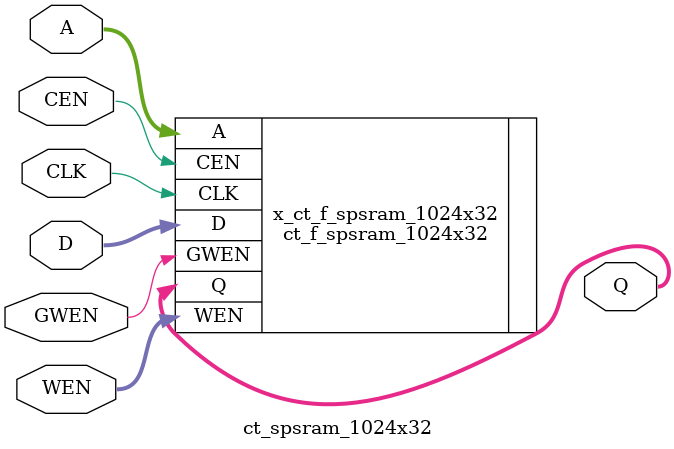
<source format=v>
/*Copyright 2019-2021 T-Head Semiconductor Co., Ltd.

Licensed under the Apache License, Version 2.0 (the "License");
you may not use this file except in compliance with the License.
You may obtain a copy of the License at

    http://www.apache.org/licenses/LICENSE-2.0

Unless required by applicable law or agreed to in writing, software
distributed under the License is distributed on an "AS IS" BASIS,
WITHOUT WARRANTIES OR CONDITIONS OF ANY KIND, either express or implied.
See the License for the specific language governing permissions and
limitations under the License.
*/

// &ModuleBeg; @22
module ct_spsram_1024x32(
  A,
  CEN,
  CLK,
  D,
  GWEN,
  Q,
  WEN
);

// &Ports; @23
input   [9 :0]  A;
input           CEN;
input           CLK;
input   [31:0]  D;
input           GWEN;
input   [31:0]  WEN;
output  [31:0]  Q;

// &Regs; @24

// &Wires; @25
wire    [9 :0]  A;
wire            CEN;
wire            CLK;
wire    [31:0]  D;
wire            GWEN;
wire    [31:0]  Q;
wire    [31:0]  WEN;


//**********************************************************
//                  Parameter Definition
//**********************************************************
parameter ADDR_WIDTH = 10;
parameter DATA_WIDTH = 32;
parameter WE_WIDTH   = 32;

// &Force("bus","Q",DATA_WIDTH-1,0); @34
// &Force("bus","WEN",WE_WIDTH-1,0); @35
// &Force("bus","A",ADDR_WIDTH-1,0); @36
// &Force("bus","D",DATA_WIDTH-1,0); @37

  //********************************************************
  //*                        FPGA memory                   *
  //********************************************************
  //{WEN[31:24],WEN[23:16],WEN[15:8],WEN[7:0]}
//   &Instance("ct_f_spsram_1024x32"); @44
ct_f_spsram_1024x32  x_ct_f_spsram_1024x32 (
  .A    (A   ),
  .CEN  (CEN ),
  .CLK  (CLK ),
  .D    (D   ),
  .GWEN (GWEN),
  .Q    (Q   ),
  .WEN  (WEN )
);

//   &Instance("ct_tsmc_spsram_1024x32"); @50

// &ModuleEnd; @66
endmodule



</source>
